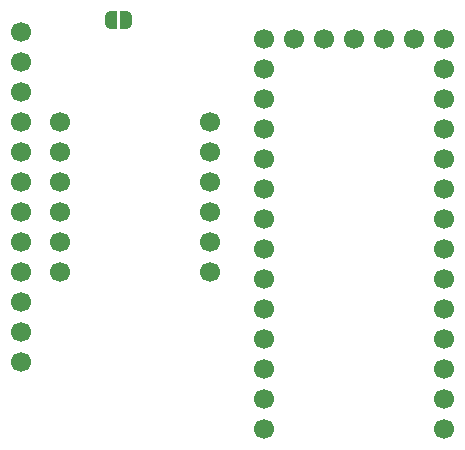
<source format=gbr>
%TF.GenerationSoftware,KiCad,Pcbnew,(6.0.4-0)*%
%TF.CreationDate,2022-08-22T18:59:51-05:00*%
%TF.ProjectId,pixel-frame-adapter,70697865-6c2d-4667-9261-6d652d616461,rev?*%
%TF.SameCoordinates,Original*%
%TF.FileFunction,Soldermask,Top*%
%TF.FilePolarity,Negative*%
%FSLAX46Y46*%
G04 Gerber Fmt 4.6, Leading zero omitted, Abs format (unit mm)*
G04 Created by KiCad (PCBNEW (6.0.4-0)) date 2022-08-22 18:59:51*
%MOMM*%
%LPD*%
G01*
G04 APERTURE LIST*
G04 Aperture macros list*
%AMFreePoly0*
4,1,22,0.500000,-0.750000,0.000000,-0.750000,0.000000,-0.745033,-0.079941,-0.743568,-0.215256,-0.701293,-0.333266,-0.622738,-0.424486,-0.514219,-0.481581,-0.384460,-0.499164,-0.250000,-0.500000,-0.250000,-0.500000,0.250000,-0.499164,0.250000,-0.499963,0.256109,-0.478152,0.396186,-0.417904,0.524511,-0.324060,0.630769,-0.204165,0.706417,-0.067858,0.745374,0.000000,0.744959,0.000000,0.750000,
0.500000,0.750000,0.500000,-0.750000,0.500000,-0.750000,$1*%
%AMFreePoly1*
4,1,20,0.000000,0.744959,0.073905,0.744508,0.209726,0.703889,0.328688,0.626782,0.421226,0.519385,0.479903,0.390333,0.500000,0.250000,0.500000,-0.250000,0.499851,-0.262216,0.476331,-0.402017,0.414519,-0.529596,0.319384,-0.634700,0.198574,-0.708877,0.061801,-0.746166,0.000000,-0.745033,0.000000,-0.750000,-0.500000,-0.750000,-0.500000,0.750000,0.000000,0.750000,0.000000,0.744959,
0.000000,0.744959,$1*%
G04 Aperture macros list end*
%ADD10C,1.700000*%
%ADD11FreePoly0,180.000000*%
%ADD12FreePoly1,180.000000*%
G04 APERTURE END LIST*
D10*
%TO.C,U2*%
X168681400Y-120370600D03*
X168681400Y-117830600D03*
X168681400Y-115290600D03*
X168681400Y-112750600D03*
X168681400Y-110210600D03*
X168681400Y-107670600D03*
X168681400Y-105130600D03*
X168681400Y-102590600D03*
X168681400Y-100050600D03*
X168681400Y-97510600D03*
X168681400Y-94970600D03*
X168681400Y-92430600D03*
X168681400Y-89890600D03*
X168681400Y-87350600D03*
X166141400Y-87350600D03*
X163601400Y-87350600D03*
X161061400Y-87350600D03*
X158521400Y-87350600D03*
X155981400Y-87350600D03*
X153441400Y-87350600D03*
X153441400Y-89890600D03*
X153441400Y-92430600D03*
X153441400Y-94970600D03*
X153441400Y-97510600D03*
X153441400Y-100050600D03*
X153441400Y-102590600D03*
X153441400Y-105130600D03*
X153441400Y-107670600D03*
X153441400Y-110210600D03*
X153441400Y-112750600D03*
X153441400Y-115290600D03*
X153441400Y-117830600D03*
X153441400Y-120370600D03*
%TD*%
%TO.C,U3*%
X148844000Y-107042204D03*
X148844000Y-104502204D03*
X148844000Y-101962204D03*
X148844000Y-99422204D03*
X148844000Y-96882204D03*
X148844000Y-94342204D03*
X136144000Y-94342204D03*
X136144000Y-96882204D03*
X136144000Y-99422204D03*
X136144000Y-101962204D03*
X136144000Y-104502204D03*
X136144000Y-107042204D03*
%TD*%
%TO.C,U1*%
X132867400Y-114662204D03*
X132867400Y-112122204D03*
X132867400Y-109582204D03*
X132867400Y-107042204D03*
X132867400Y-104502204D03*
X132867400Y-101962204D03*
X132867400Y-99422204D03*
X132867400Y-96882204D03*
X132867400Y-94342204D03*
X132867400Y-91802204D03*
X132867400Y-89262204D03*
X132867400Y-86722204D03*
%TD*%
D11*
%TO.C,JP1*%
X141772400Y-85699600D03*
D12*
X140472400Y-85699600D03*
%TD*%
M02*

</source>
